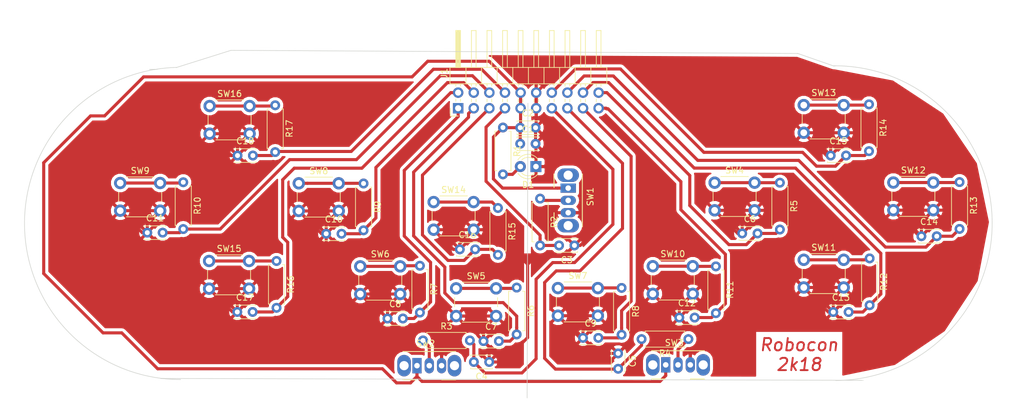
<source format=kicad_pcb>
(kicad_pcb (version 4) (host pcbnew 4.0.7)
  (layers (0 F.Cu signal) (31 B.Cu signal) (34 B.Paste user) (35 F.Paste user) (36 B.SilkS user) (37 F.SilkS user) (38 B.Mask user) (39 F.Mask user) (44 Edge.Cuts user))
  (net 0 "")
  (net 1 VCC)
  (net 2 GND)
  (net 3 "Net-(C6-Pad2)")
  (net 4 "Net-(C10-Pad2)")
  (net 5 "Net-(C11-Pad2)")
  (net 6 "Net-(C12-Pad2)")
  (net 7 "Net-(C13-Pad2)")
  (net 8 "Net-(C14-Pad2)")
  (net 9 "Net-(C15-Pad2)")
  (net 10 "Net-(C17-Pad2)")
  (net 11 "Net-(C18-Pad2)")
  (net 12 "Net-(D1-Pad2)")
  (net 13 "Net-(R5-Pad1)")
  (net 14 "Net-(R6-Pad1)")
  (net 15 "Net-(R7-Pad1)")
  (net 16 "Net-(R8-Pad1)")
  (net 17 "Net-(R9-Pad1)")
  (net 18 "Net-(R10-Pad1)")
  (net 19 "Net-(R11-Pad1)")
  (net 20 "Net-(R12-Pad1)")
  (net 21 "Net-(R13-Pad1)")
  (net 22 "Net-(R14-Pad1)")
  (net 23 "Net-(R15-Pad1)")
  (net 24 "Net-(R16-Pad1)")
  (net 25 "Net-(R17-Pad1)")
  (net 26 /13)
  (net 27 /15)
  (net 28 /17)
  (net 29 /1)
  (net 30 /3)
  (net 31 "Net-(R2-Pad1)")
  (net 32 "Net-(R3-Pad1)")
  (net 33 "Net-(R4-Pad1)")
  (net 34 /sw5)
  (net 35 "Net-(C16-Pad2)")
  (module Resistors_THT:R_Axial_DIN0207_L6.3mm_D2.5mm_P7.62mm_Horizontal (layer F.Cu) (at 141.986 112.776 270)
    (fp_text reference R7 (at 3.81 -2.31 270) (layer F.SilkS))
    (fp_text value R)
    (pad 1 thru_hole circle (at 0 0 270) (size 1.6 1.6) (drill 0.8) (layers *.Cu *.Mask) (net 15 "Net-(R7-Pad1)"))
    (pad 2 thru_hole oval (at 7.62 0 270) (size 1.6 1.6) (drill 0.8) (layers *.Cu *.Mask) (net 29 /1))
  )
  (module Capacitors_THT:C_Disc_D3.4mm_W2.1mm_P2.50mm (layer F.Cu) (at 158.3074 92.9259)
    (fp_text reference C1 (at 1.25 -2.36) (layer F.SilkS))
    (fp_text value C)
    (pad 1 thru_hole circle (at 0 0) (size 1.6 1.6) (drill 0.8) (layers *.Cu *.Mask) (net 1 VCC))
    (pad 2 thru_hole circle (at 2.5 0) (size 1.6 1.6) (drill 0.8) (layers *.Cu *.Mask) (net 2 GND))
  )
  (module Capacitors_THT:C_Disc_D3.4mm_W2.1mm_P2.50mm (layer F.Cu) (at 158.3074 90.3097)
    (fp_text reference C2 (at 1.25 -2.36) (layer F.SilkS))
    (fp_text value C)
    (pad 1 thru_hole circle (at 0 0) (size 1.6 1.6) (drill 0.8) (layers *.Cu *.Mask) (net 1 VCC))
    (pad 2 thru_hole circle (at 2.5 0) (size 1.6 1.6) (drill 0.8) (layers *.Cu *.Mask) (net 2 GND))
  )
  (module Capacitors_THT:C_Disc_D3.4mm_W2.1mm_P2.50mm (layer F.Cu) (at 167.132 109.474 180)
    (fp_text reference C3 (at 1.25 -2.36 180) (layer F.SilkS))
    (fp_text value C)
    (pad 1 thru_hole circle (at 0 0 180) (size 1.6 1.6) (drill 0.8) (layers *.Cu *.Mask) (net 2 GND))
    (pad 2 thru_hole circle (at 2.5 0 180) (size 1.6 1.6) (drill 0.8) (layers *.Cu *.Mask) (net 30 /3))
  )
  (module Capacitors_THT:C_Disc_D3.4mm_W2.1mm_P2.50mm (layer F.Cu) (at 153.2636 128.4351 180)
    (fp_text reference C4 (at 1.25 -2.36 180) (layer F.SilkS))
    (fp_text value C)
    (pad 1 thru_hole circle (at 0 0 180) (size 1.6 1.6) (drill 0.8) (layers *.Cu *.Mask) (net 2 GND))
    (pad 2 thru_hole circle (at 2.5 0 180) (size 1.6 1.6) (drill 0.8) (layers *.Cu *.Mask) (net 26 /13))
  )
  (module Capacitors_THT:C_Disc_D3.4mm_W2.1mm_P2.50mm (layer F.Cu) (at 174.244 127.04 270)
    (fp_text reference C5 (at 1.25 -2.36 270) (layer F.SilkS))
    (fp_text value C)
    (pad 1 thru_hole circle (at 0 0 270) (size 1.6 1.6) (drill 0.8) (layers *.Cu *.Mask) (net 2 GND))
    (pad 2 thru_hole circle (at 2.5 0 270) (size 1.6 1.6) (drill 0.8) (layers *.Cu *.Mask) (net 27 /15))
  )
  (module Capacitors_THT:C_Disc_D3.4mm_W2.1mm_P2.50mm (layer F.Cu) (at 194.429 107.5182)
    (fp_text reference C6 (at 1.25 -2.36) (layer F.SilkS))
    (fp_text value C)
    (pad 1 thru_hole circle (at 0 0) (size 1.6 1.6) (drill 0.8) (layers *.Cu *.Mask) (net 2 GND))
    (pad 2 thru_hole circle (at 2.5 0) (size 1.6 1.6) (drill 0.8) (layers *.Cu *.Mask) (net 3 "Net-(C6-Pad2)"))
  )
  (module Capacitors_THT:C_Disc_D3.4mm_W2.1mm_P2.50mm (layer F.Cu) (at 152.3384 125.0442)
    (fp_text reference C7 (at 1.25 -2.36) (layer F.SilkS))
    (fp_text value C)
    (pad 1 thru_hole circle (at 0 0) (size 1.6 1.6) (drill 0.8) (layers *.Cu *.Mask) (net 2 GND))
    (pad 2 thru_hole circle (at 2.5 0) (size 1.6 1.6) (drill 0.8) (layers *.Cu *.Mask) (net 34 /sw5))
  )
  (module Capacitors_THT:C_Disc_D3.4mm_W2.1mm_P2.50mm (layer F.Cu) (at 136.7174 121.3612)
    (fp_text reference C8 (at 1.25 -2.36) (layer F.SilkS))
    (fp_text value C)
    (pad 1 thru_hole circle (at 0 0) (size 1.6 1.6) (drill 0.8) (layers *.Cu *.Mask) (net 2 GND))
    (pad 2 thru_hole circle (at 2.5 0) (size 1.6 1.6) (drill 0.8) (layers *.Cu *.Mask) (net 29 /1))
  )
  (module Capacitors_THT:C_Disc_D3.4mm_W2.1mm_P2.50mm (layer F.Cu) (at 168.521 124.5108)
    (fp_text reference C9 (at 1.25 -2.36) (layer F.SilkS))
    (fp_text value C)
    (pad 1 thru_hole circle (at 0 0) (size 1.6 1.6) (drill 0.8) (layers *.Cu *.Mask) (net 2 GND))
    (pad 2 thru_hole circle (at 2.5 0) (size 1.6 1.6) (drill 0.8) (layers *.Cu *.Mask) (net 28 /17))
  )
  (module Capacitors_THT:C_Disc_D3.4mm_W2.1mm_P2.50mm (layer F.Cu) (at 126.7352 107.569)
    (fp_text reference C10 (at 1.25 -2.36) (layer F.SilkS))
    (fp_text value C)
    (pad 1 thru_hole circle (at 0 0) (size 1.6 1.6) (drill 0.8) (layers *.Cu *.Mask) (net 2 GND))
    (pad 2 thru_hole circle (at 2.5 0) (size 1.6 1.6) (drill 0.8) (layers *.Cu *.Mask) (net 4 "Net-(C10-Pad2)"))
  )
  (module Capacitors_THT:C_Disc_D3.4mm_W2.1mm_P2.50mm (layer F.Cu) (at 97.6268 107.3912)
    (fp_text reference C11 (at 1.25 -2.36) (layer F.SilkS))
    (fp_text value C)
    (pad 1 thru_hole circle (at 0 0) (size 1.6 1.6) (drill 0.8) (layers *.Cu *.Mask) (net 2 GND))
    (pad 2 thru_hole circle (at 2.5 0) (size 1.6 1.6) (drill 0.8) (layers *.Cu *.Mask) (net 5 "Net-(C11-Pad2)"))
  )
  (module Capacitors_THT:C_Disc_D3.4mm_W2.1mm_P2.50mm (layer F.Cu) (at 184.1928 121.2088)
    (fp_text reference C12 (at 1.25 -2.36) (layer F.SilkS))
    (fp_text value C)
    (pad 1 thru_hole circle (at 0 0) (size 1.6 1.6) (drill 0.8) (layers *.Cu *.Mask) (net 2 GND))
    (pad 2 thru_hole circle (at 2.5 0) (size 1.6 1.6) (drill 0.8) (layers *.Cu *.Mask) (net 6 "Net-(C12-Pad2)"))
  )
  (module Capacitors_THT:C_Disc_D3.4mm_W2.1mm_P2.50mm (layer F.Cu) (at 209.2471 120.3071)
    (fp_text reference C13 (at 1.25 -2.36) (layer F.SilkS))
    (fp_text value C)
    (pad 1 thru_hole circle (at 0 0) (size 1.6 1.6) (drill 0.8) (layers *.Cu *.Mask) (net 2 GND))
    (pad 2 thru_hole circle (at 2.5 0) (size 1.6 1.6) (drill 0.8) (layers *.Cu *.Mask) (net 7 "Net-(C13-Pad2)"))
  )
  (module Capacitors_THT:C_Disc_D3.4mm_W2.1mm_P2.50mm (layer F.Cu) (at 223.5882 107.9754)
    (fp_text reference C14 (at 1.25 -2.36) (layer F.SilkS))
    (fp_text value C)
    (pad 1 thru_hole circle (at 0 0) (size 1.6 1.6) (drill 0.8) (layers *.Cu *.Mask) (net 2 GND))
    (pad 2 thru_hole circle (at 2.5 0) (size 1.6 1.6) (drill 0.8) (layers *.Cu *.Mask) (net 8 "Net-(C14-Pad2)"))
  )
  (module Capacitors_THT:C_Disc_D3.4mm_W2.1mm_P2.50mm (layer F.Cu) (at 208.8308 94.8436)
    (fp_text reference C15 (at 1.25 -2.36) (layer F.SilkS))
    (fp_text value C)
    (pad 1 thru_hole circle (at 0 0) (size 1.6 1.6) (drill 0.8) (layers *.Cu *.Mask) (net 2 GND))
    (pad 2 thru_hole circle (at 2.5 0) (size 1.6 1.6) (drill 0.8) (layers *.Cu *.Mask) (net 9 "Net-(C15-Pad2)"))
  )
  (module Capacitors_THT:C_Disc_D3.4mm_W2.1mm_P2.50mm (layer F.Cu) (at 148.4776 110.109)
    (fp_text reference C16 (at 1.25 -2.36) (layer F.SilkS))
    (fp_text value C)
    (pad 1 thru_hole circle (at 0 0) (size 1.6 1.6) (drill 0.8) (layers *.Cu *.Mask) (net 2 GND))
    (pad 2 thru_hole circle (at 2.5 0) (size 1.6 1.6) (drill 0.8) (layers *.Cu *.Mask) (net 35 "Net-(C16-Pad2)"))
  )
  (module Capacitors_THT:C_Disc_D3.4mm_W2.1mm_P2.50mm (layer F.Cu) (at 112.2699 120.2944)
    (fp_text reference C17 (at 1.25 -2.36) (layer F.SilkS))
    (fp_text value C)
    (pad 1 thru_hole circle (at 0 0) (size 1.6 1.6) (drill 0.8) (layers *.Cu *.Mask) (net 2 GND))
    (pad 2 thru_hole circle (at 2.5 0) (size 1.6 1.6) (drill 0.8) (layers *.Cu *.Mask) (net 10 "Net-(C17-Pad2)"))
  )
  (module Capacitors_THT:C_Disc_D3.4mm_W2.1mm_P2.50mm (layer F.Cu) (at 112.308 94.8436)
    (fp_text reference C18 (at 1.25 -2.36) (layer F.SilkS))
    (fp_text value C)
    (pad 1 thru_hole circle (at 0 0) (size 1.6 1.6) (drill 0.8) (layers *.Cu *.Mask) (net 2 GND))
    (pad 2 thru_hole circle (at 2.5 0) (size 1.6 1.6) (drill 0.8) (layers *.Cu *.Mask) (net 11 "Net-(C18-Pad2)"))
  )
  (module LEDs:LED_D3.0mm (layer F.Cu) (at 160.8709 96.6343 180)
    (fp_text reference D1 (at 1.27 -2.96 180) (layer F.SilkS))
    (fp_text value LED)
    (pad 1 thru_hole rect (at 0 0 180) (size 1.8 1.8) (drill 0.9) (layers *.Cu *.Mask) (net 2 GND))
    (pad 2 thru_hole circle (at 2.54 0 180) (size 1.8 1.8) (drill 0.9) (layers *.Cu *.Mask) (net 12 "Net-(D1-Pad2)"))
  )
  (module Resistors_THT:R_Axial_DIN0207_L6.3mm_D2.5mm_P7.62mm_Horizontal (layer F.Cu) (at 155.4988 90.2843 270)
    (fp_text reference R1 (at 3.81 -2.31 270) (layer F.SilkS))
    (fp_text value R)
    (pad 1 thru_hole circle (at 0 0 270) (size 1.6 1.6) (drill 0.8) (layers *.Cu *.Mask) (net 1 VCC))
    (pad 2 thru_hole oval (at 7.62 0 270) (size 1.6 1.6) (drill 0.8) (layers *.Cu *.Mask) (net 12 "Net-(D1-Pad2)"))
  )
  (module Resistors_THT:R_Axial_DIN0207_L6.3mm_D2.5mm_P7.62mm_Horizontal (layer F.Cu) (at 161.544 101.854 270)
    (fp_text reference R2 (at 3.81 -2.31 270) (layer F.SilkS))
    (fp_text value R)
    (pad 1 thru_hole circle (at 0 0 270) (size 1.6 1.6) (drill 0.8) (layers *.Cu *.Mask) (net 31 "Net-(R2-Pad1)"))
    (pad 2 thru_hole oval (at 7.62 0 270) (size 1.6 1.6) (drill 0.8) (layers *.Cu *.Mask) (net 30 /3))
  )
  (module Resistors_THT:R_Axial_DIN0207_L6.3mm_D2.5mm_P7.62mm_Horizontal (layer F.Cu) (at 142.494 124.9299)
    (fp_text reference R3 (at 3.81 -2.31) (layer F.SilkS))
    (fp_text value R)
    (pad 1 thru_hole circle (at 0 0) (size 1.6 1.6) (drill 0.8) (layers *.Cu *.Mask) (net 32 "Net-(R3-Pad1)"))
    (pad 2 thru_hole oval (at 7.62 0) (size 1.6 1.6) (drill 0.8) (layers *.Cu *.Mask) (net 26 /13))
  )
  (module Resistors_THT:R_Axial_DIN0207_L6.3mm_D2.5mm_P7.62mm_Horizontal (layer F.Cu) (at 185.674 124.714 180)
    (fp_text reference R4 (at 3.81 -2.31 180) (layer F.SilkS))
    (fp_text value R)
    (pad 1 thru_hole circle (at 0 0 180) (size 1.6 1.6) (drill 0.8) (layers *.Cu *.Mask) (net 33 "Net-(R4-Pad1)"))
    (pad 2 thru_hole oval (at 7.62 0 180) (size 1.6 1.6) (drill 0.8) (layers *.Cu *.Mask) (net 27 /15))
  )
  (module Resistors_THT:R_Axial_DIN0207_L6.3mm_D2.5mm_P7.62mm_Horizontal (layer F.Cu) (at 200.5612 99.2632 270)
    (fp_text reference R5 (at 3.81 -2.31 270) (layer F.SilkS))
    (fp_text value R)
    (pad 1 thru_hole circle (at 0 0 270) (size 1.6 1.6) (drill 0.8) (layers *.Cu *.Mask) (net 13 "Net-(R5-Pad1)"))
    (pad 2 thru_hole oval (at 7.62 0 270) (size 1.6 1.6) (drill 0.8) (layers *.Cu *.Mask) (net 3 "Net-(C6-Pad2)"))
  )
  (module Resistors_THT:R_Axial_DIN0207_L6.3mm_D2.5mm_P7.62mm_Horizontal (layer F.Cu) (at 157.734 116.332 270)
    (fp_text reference R6 (at 3.81 -2.31 270) (layer F.SilkS))
    (fp_text value R)
    (pad 1 thru_hole circle (at 0 0 270) (size 1.6 1.6) (drill 0.8) (layers *.Cu *.Mask) (net 14 "Net-(R6-Pad1)"))
    (pad 2 thru_hole oval (at 7.62 0 270) (size 1.6 1.6) (drill 0.8) (layers *.Cu *.Mask) (net 34 /sw5))
  )
  (module Resistors_THT:R_Axial_DIN0207_L6.3mm_D2.5mm_P7.62mm_Horizontal (layer F.Cu) (at 174.8056 116.3828 270)
    (fp_text reference R8 (at 3.81 -2.31 270) (layer F.SilkS))
    (fp_text value R)
    (pad 1 thru_hole circle (at 0 0 270) (size 1.6 1.6) (drill 0.8) (layers *.Cu *.Mask) (net 16 "Net-(R8-Pad1)"))
    (pad 2 thru_hole oval (at 7.62 0 270) (size 1.6 1.6) (drill 0.8) (layers *.Cu *.Mask) (net 28 /17))
  )
  (module Resistors_THT:R_Axial_DIN0207_L6.3mm_D2.5mm_P7.62mm_Horizontal (layer F.Cu) (at 132.8166 99.3902 270)
    (fp_text reference R9 (at 3.81 -2.31 270) (layer F.SilkS))
    (fp_text value R)
    (pad 1 thru_hole circle (at 0 0 270) (size 1.6 1.6) (drill 0.8) (layers *.Cu *.Mask) (net 17 "Net-(R9-Pad1)"))
    (pad 2 thru_hole oval (at 7.62 0 270) (size 1.6 1.6) (drill 0.8) (layers *.Cu *.Mask) (net 4 "Net-(C10-Pad2)"))
  )
  (module Resistors_THT:R_Axial_DIN0207_L6.3mm_D2.5mm_P7.62mm_Horizontal (layer F.Cu) (at 103.4796 99.187 270)
    (fp_text reference R10 (at 3.81 -2.31 270) (layer F.SilkS))
    (fp_text value R)
    (pad 1 thru_hole circle (at 0 0 270) (size 1.6 1.6) (drill 0.8) (layers *.Cu *.Mask) (net 18 "Net-(R10-Pad1)"))
    (pad 2 thru_hole oval (at 7.62 0 270) (size 1.6 1.6) (drill 0.8) (layers *.Cu *.Mask) (net 5 "Net-(C11-Pad2)"))
  )
  (module Resistors_THT:R_Axial_DIN0207_L6.3mm_D2.5mm_P7.62mm_Horizontal (layer F.Cu) (at 190.1472 112.8776 270)
    (fp_text reference R11 (at 3.81 -2.31 270) (layer F.SilkS))
    (fp_text value R)
    (pad 1 thru_hole circle (at 0 0 270) (size 1.6 1.6) (drill 0.8) (layers *.Cu *.Mask) (net 19 "Net-(R11-Pad1)"))
    (pad 2 thru_hole oval (at 7.62 0 270) (size 1.6 1.6) (drill 0.8) (layers *.Cu *.Mask) (net 6 "Net-(C12-Pad2)"))
  )
  (module Resistors_THT:R_Axial_DIN0207_L6.3mm_D2.5mm_P7.62mm_Horizontal (layer F.Cu) (at 215.1662 111.5822 270)
    (fp_text reference R12 (at 3.81 -2.31 270) (layer F.SilkS))
    (fp_text value R)
    (pad 1 thru_hole circle (at 0 0 270) (size 1.6 1.6) (drill 0.8) (layers *.Cu *.Mask) (net 20 "Net-(R12-Pad1)"))
    (pad 2 thru_hole oval (at 7.62 0 270) (size 1.6 1.6) (drill 0.8) (layers *.Cu *.Mask) (net 7 "Net-(C13-Pad2)"))
  )
  (module Resistors_THT:R_Axial_DIN0207_L6.3mm_D2.5mm_P7.62mm_Horizontal (layer F.Cu) (at 229.7966 99.1616 270)
    (fp_text reference R13 (at 3.81 -2.31 270) (layer F.SilkS))
    (fp_text value R)
    (pad 1 thru_hole circle (at 0 0 270) (size 1.6 1.6) (drill 0.8) (layers *.Cu *.Mask) (net 21 "Net-(R13-Pad1)"))
    (pad 2 thru_hole oval (at 7.62 0 270) (size 1.6 1.6) (drill 0.8) (layers *.Cu *.Mask) (net 8 "Net-(C14-Pad2)"))
  )
  (module Resistors_THT:R_Axial_DIN0207_L6.3mm_D2.5mm_P7.62mm_Horizontal (layer F.Cu) (at 215.0646 86.5124 270)
    (fp_text reference R14 (at 3.81 -2.31 270) (layer F.SilkS))
    (fp_text value R)
    (pad 1 thru_hole circle (at 0 0 270) (size 1.6 1.6) (drill 0.8) (layers *.Cu *.Mask) (net 22 "Net-(R14-Pad1)"))
    (pad 2 thru_hole oval (at 7.62 0 270) (size 1.6 1.6) (drill 0.8) (layers *.Cu *.Mask) (net 9 "Net-(C15-Pad2)"))
  )
  (module Resistors_THT:R_Axial_DIN0207_L6.3mm_D2.5mm_P7.62mm_Horizontal (layer F.Cu) (at 154.686 103.378 270)
    (fp_text reference R15 (at 3.81 -2.31 270) (layer F.SilkS))
    (fp_text value R)
    (pad 1 thru_hole circle (at 0 0 270) (size 1.6 1.6) (drill 0.8) (layers *.Cu *.Mask) (net 23 "Net-(R15-Pad1)"))
    (pad 2 thru_hole oval (at 7.62 0 270) (size 1.6 1.6) (drill 0.8) (layers *.Cu *.Mask) (net 35 "Net-(C16-Pad2)"))
  )
  (module Resistors_THT:R_Axial_DIN0207_L6.3mm_D2.5mm_P7.62mm_Horizontal (layer F.Cu) (at 118.6561 112.0013 270)
    (fp_text reference R16 (at 3.81 -2.31 270) (layer F.SilkS))
    (fp_text value R)
    (pad 1 thru_hole circle (at 0 0 270) (size 1.6 1.6) (drill 0.8) (layers *.Cu *.Mask) (net 24 "Net-(R16-Pad1)"))
    (pad 2 thru_hole oval (at 7.62 0 270) (size 1.6 1.6) (drill 0.8) (layers *.Cu *.Mask) (net 10 "Net-(C17-Pad2)"))
  )
  (module Resistors_THT:R_Axial_DIN0207_L6.3mm_D2.5mm_P7.62mm_Horizontal (layer F.Cu) (at 118.4402 86.6648 270)
    (fp_text reference R17 (at 3.81 -2.31 270) (layer F.SilkS))
    (fp_text value R)
    (pad 1 thru_hole circle (at 0 0 270) (size 1.6 1.6) (drill 0.8) (layers *.Cu *.Mask) (net 25 "Net-(R17-Pad1)"))
    (pad 2 thru_hole oval (at 7.62 0 270) (size 1.6 1.6) (drill 0.8) (layers *.Cu *.Mask) (net 11 "Net-(C18-Pad2)"))
  )
  (module Buttons_Switches_THT:SW_CuK_OS102011MA1QN1_SPDT_Angled (layer F.Cu) (at 141.5121 129.032)
    (fp_text reference SW2 (at 1.4 -3.6) (layer F.SilkS))
    (fp_text value SW_Push_SPDT)
    (pad 1 thru_hole rect (at 0 0) (size 1.5 2.5) (drill 0.9) (layers *.Cu *.Mask) (net 1 VCC))
    (pad 2 thru_hole oval (at 2 0) (size 1.5 2.5) (drill 0.9) (layers *.Cu *.Mask) (net 32 "Net-(R3-Pad1)"))
    (pad 3 thru_hole oval (at 4 0) (size 1.5 2.5) (drill 0.9) (layers *.Cu *.Mask) (net 2 GND))
    (pad "" thru_hole oval (at -2.1 0) (size 2.2 3.5) (drill 1.5) (layers *.Cu *.Mask))
    (pad "" thru_hole oval (at 6.1 0) (size 2.2 3.5) (drill 1.5) (layers *.Cu *.Mask))
  )
  (module Buttons_Switches_THT:SW_CuK_OS102011MA1QN1_SPDT_Angled (layer F.Cu) (at 181.9856 128.905)
    (fp_text reference SW3 (at 1.4 -3.6) (layer F.SilkS))
    (fp_text value SW_Push_SPDT)
    (pad 1 thru_hole rect (at 0 0) (size 1.5 2.5) (drill 0.9) (layers *.Cu *.Mask) (net 1 VCC))
    (pad 2 thru_hole oval (at 2 0) (size 1.5 2.5) (drill 0.9) (layers *.Cu *.Mask) (net 33 "Net-(R4-Pad1)"))
    (pad 3 thru_hole oval (at 4 0) (size 1.5 2.5) (drill 0.9) (layers *.Cu *.Mask) (net 2 GND))
    (pad "" thru_hole oval (at -2.1 0) (size 2.2 3.5) (drill 1.5) (layers *.Cu *.Mask))
    (pad "" thru_hole oval (at 6.1 0) (size 2.2 3.5) (drill 1.5) (layers *.Cu *.Mask))
  )
  (module Buttons_Switches_THT:SW_PUSH_6mm (layer F.Cu) (at 189.944 99.259)
    (fp_text reference SW4 (at 3.25 -2) (layer F.SilkS))
    (fp_text value SW_Push_Dual)
    (pad 2 thru_hole circle (at 0 4.5 90) (size 2 2) (drill 1.1) (layers *.Cu *.Mask) (net 2 GND))
    (pad 1 thru_hole circle (at 0 0 90) (size 2 2) (drill 1.1) (layers *.Cu *.Mask) (net 13 "Net-(R5-Pad1)"))
    (pad 2 thru_hole circle (at 6.5 4.5 90) (size 2 2) (drill 1.1) (layers *.Cu *.Mask) (net 2 GND))
    (pad 1 thru_hole circle (at 6.5 0 90) (size 2 2) (drill 1.1) (layers *.Cu *.Mask) (net 13 "Net-(R5-Pad1)"))
  )
  (module Buttons_Switches_THT:SW_PUSH_6mm (layer F.Cu) (at 147.8812 116.459)
    (fp_text reference SW5 (at 3.25 -2) (layer F.SilkS))
    (fp_text value SW_Push_Dual)
    (pad 2 thru_hole circle (at 0 4.5 90) (size 2 2) (drill 1.1) (layers *.Cu *.Mask) (net 2 GND))
    (pad 1 thru_hole circle (at 0 0 90) (size 2 2) (drill 1.1) (layers *.Cu *.Mask) (net 14 "Net-(R6-Pad1)"))
    (pad 2 thru_hole circle (at 6.5 4.5 90) (size 2 2) (drill 1.1) (layers *.Cu *.Mask) (net 2 GND))
    (pad 1 thru_hole circle (at 6.5 0 90) (size 2 2) (drill 1.1) (layers *.Cu *.Mask) (net 14 "Net-(R6-Pad1)"))
  )
  (module Buttons_Switches_THT:SW_PUSH_6mm (layer F.Cu) (at 132.2856 112.8776)
    (fp_text reference SW6 (at 3.25 -2) (layer F.SilkS))
    (fp_text value SW_Push_Dual)
    (pad 2 thru_hole circle (at 0 4.5 90) (size 2 2) (drill 1.1) (layers *.Cu *.Mask) (net 2 GND))
    (pad 1 thru_hole circle (at 0 0 90) (size 2 2) (drill 1.1) (layers *.Cu *.Mask) (net 15 "Net-(R7-Pad1)"))
    (pad 2 thru_hole circle (at 6.5 4.5 90) (size 2 2) (drill 1.1) (layers *.Cu *.Mask) (net 2 GND))
    (pad 1 thru_hole circle (at 6.5 0 90) (size 2 2) (drill 1.1) (layers *.Cu *.Mask) (net 15 "Net-(R7-Pad1)"))
  )
  (module Buttons_Switches_THT:SW_PUSH_6mm (layer F.Cu) (at 164.4424 116.4082)
    (fp_text reference SW7 (at 3.25 -2) (layer F.SilkS))
    (fp_text value SW_Push_Dual)
    (pad 2 thru_hole circle (at 0 4.5 90) (size 2 2) (drill 1.1) (layers *.Cu *.Mask) (net 2 GND))
    (pad 1 thru_hole circle (at 0 0 90) (size 2 2) (drill 1.1) (layers *.Cu *.Mask) (net 16 "Net-(R8-Pad1)"))
    (pad 2 thru_hole circle (at 6.5 4.5 90) (size 2 2) (drill 1.1) (layers *.Cu *.Mask) (net 2 GND))
    (pad 1 thru_hole circle (at 6.5 0 90) (size 2 2) (drill 1.1) (layers *.Cu *.Mask) (net 16 "Net-(R8-Pad1)"))
  )
  (module Buttons_Switches_THT:SW_PUSH_6mm (layer F.Cu) (at 122.278 99.3606)
    (fp_text reference SW8 (at 3.25 -2) (layer F.SilkS))
    (fp_text value SW_Push_Dual)
    (pad 2 thru_hole circle (at 0 4.5 90) (size 2 2) (drill 1.1) (layers *.Cu *.Mask) (net 2 GND))
    (pad 1 thru_hole circle (at 0 0 90) (size 2 2) (drill 1.1) (layers *.Cu *.Mask) (net 17 "Net-(R9-Pad1)"))
    (pad 2 thru_hole circle (at 6.5 4.5 90) (size 2 2) (drill 1.1) (layers *.Cu *.Mask) (net 2 GND))
    (pad 1 thru_hole circle (at 6.5 0 90) (size 2 2) (drill 1.1) (layers *.Cu *.Mask) (net 17 "Net-(R9-Pad1)"))
  )
  (module Buttons_Switches_THT:SW_PUSH_6mm (layer F.Cu) (at 93.2204 99.314)
    (fp_text reference SW9 (at 3.25 -2) (layer F.SilkS))
    (fp_text value SW_Push_Dual)
    (pad 2 thru_hole circle (at 0 4.5 90) (size 2 2) (drill 1.1) (layers *.Cu *.Mask) (net 2 GND))
    (pad 1 thru_hole circle (at 0 0 90) (size 2 2) (drill 1.1) (layers *.Cu *.Mask) (net 18 "Net-(R10-Pad1)"))
    (pad 2 thru_hole circle (at 6.5 4.5 90) (size 2 2) (drill 1.1) (layers *.Cu *.Mask) (net 2 GND))
    (pad 1 thru_hole circle (at 6.5 0 90) (size 2 2) (drill 1.1) (layers *.Cu *.Mask) (net 18 "Net-(R10-Pad1)"))
  )
  (module Buttons_Switches_THT:SW_PUSH_6mm (layer F.Cu) (at 179.8856 112.8522)
    (fp_text reference SW10 (at 3.25 -2) (layer F.SilkS))
    (fp_text value SW_Push_Dual)
    (pad 2 thru_hole circle (at 0 4.5 90) (size 2 2) (drill 1.1) (layers *.Cu *.Mask) (net 2 GND))
    (pad 1 thru_hole circle (at 0 0 90) (size 2 2) (drill 1.1) (layers *.Cu *.Mask) (net 19 "Net-(R11-Pad1)"))
    (pad 2 thru_hole circle (at 6.5 4.5 90) (size 2 2) (drill 1.1) (layers *.Cu *.Mask) (net 2 GND))
    (pad 1 thru_hole circle (at 6.5 0 90) (size 2 2) (drill 1.1) (layers *.Cu *.Mask) (net 19 "Net-(R11-Pad1)"))
  )
  (module Buttons_Switches_THT:SW_PUSH_6mm (layer F.Cu) (at 204.4474 111.8108)
    (fp_text reference SW11 (at 3.25 -2) (layer F.SilkS))
    (fp_text value SW_Push_Dual)
    (pad 2 thru_hole circle (at 0 4.5 90) (size 2 2) (drill 1.1) (layers *.Cu *.Mask) (net 2 GND))
    (pad 1 thru_hole circle (at 0 0 90) (size 2 2) (drill 1.1) (layers *.Cu *.Mask) (net 20 "Net-(R12-Pad1)"))
    (pad 2 thru_hole circle (at 6.5 4.5 90) (size 2 2) (drill 1.1) (layers *.Cu *.Mask) (net 2 GND))
    (pad 1 thru_hole circle (at 6.5 0 90) (size 2 2) (drill 1.1) (layers *.Cu *.Mask) (net 20 "Net-(R12-Pad1)"))
  )
  (module Buttons_Switches_THT:SW_PUSH_6mm (layer F.Cu) (at 219.027 99.2378)
    (fp_text reference SW12 (at 3.25 -2) (layer F.SilkS))
    (fp_text value SW_Push_Dual)
    (pad 2 thru_hole circle (at 0 4.5 90) (size 2 2) (drill 1.1) (layers *.Cu *.Mask) (net 2 GND))
    (pad 1 thru_hole circle (at 0 0 90) (size 2 2) (drill 1.1) (layers *.Cu *.Mask) (net 21 "Net-(R13-Pad1)"))
    (pad 2 thru_hole circle (at 6.5 4.5 90) (size 2 2) (drill 1.1) (layers *.Cu *.Mask) (net 2 GND))
    (pad 1 thru_hole circle (at 6.5 0 90) (size 2 2) (drill 1.1) (layers *.Cu *.Mask) (net 21 "Net-(R13-Pad1)"))
  )
  (module Buttons_Switches_THT:SW_PUSH_6mm (layer F.Cu) (at 204.4474 86.6352)
    (fp_text reference SW13 (at 3.25 -2) (layer F.SilkS))
    (fp_text value SW_Push_Dual)
    (pad 2 thru_hole circle (at 0 4.5 90) (size 2 2) (drill 1.1) (layers *.Cu *.Mask) (net 2 GND))
    (pad 1 thru_hole circle (at 0 0 90) (size 2 2) (drill 1.1) (layers *.Cu *.Mask) (net 22 "Net-(R14-Pad1)"))
    (pad 2 thru_hole circle (at 6.5 4.5 90) (size 2 2) (drill 1.1) (layers *.Cu *.Mask) (net 2 GND))
    (pad 1 thru_hole circle (at 6.5 0 90) (size 2 2) (drill 1.1) (layers *.Cu *.Mask) (net 22 "Net-(R14-Pad1)"))
  )
  (module Buttons_Switches_THT:SW_PUSH_6mm (layer F.Cu) (at 144.2236 102.4128)
    (fp_text reference SW14 (at 3.25 -2) (layer F.SilkS))
    (fp_text value SW_Push_Dual)
    (pad 2 thru_hole circle (at 0 4.5 90) (size 2 2) (drill 1.1) (layers *.Cu *.Mask) (net 2 GND))
    (pad 1 thru_hole circle (at 0 0 90) (size 2 2) (drill 1.1) (layers *.Cu *.Mask) (net 23 "Net-(R15-Pad1)"))
    (pad 2 thru_hole circle (at 6.5 4.5 90) (size 2 2) (drill 1.1) (layers *.Cu *.Mask) (net 2 GND))
    (pad 1 thru_hole circle (at 6.5 0 90) (size 2 2) (drill 1.1) (layers *.Cu *.Mask) (net 23 "Net-(R15-Pad1)"))
  )
  (module Buttons_Switches_THT:SW_PUSH_6mm (layer F.Cu) (at 107.6857 112.0013)
    (fp_text reference SW15 (at 3.25 -2) (layer F.SilkS))
    (fp_text value SW_Push_Dual)
    (pad 2 thru_hole circle (at 0 4.5 90) (size 2 2) (drill 1.1) (layers *.Cu *.Mask) (net 2 GND))
    (pad 1 thru_hole circle (at 0 0 90) (size 2 2) (drill 1.1) (layers *.Cu *.Mask) (net 24 "Net-(R16-Pad1)"))
    (pad 2 thru_hole circle (at 6.5 4.5 90) (size 2 2) (drill 1.1) (layers *.Cu *.Mask) (net 2 GND))
    (pad 1 thru_hole circle (at 6.5 0 90) (size 2 2) (drill 1.1) (layers *.Cu *.Mask) (net 24 "Net-(R16-Pad1)"))
  )
  (module Buttons_Switches_THT:SW_PUSH_6mm (layer F.Cu) (at 107.7746 86.7876)
    (fp_text reference SW16 (at 3.25 -2) (layer F.SilkS))
    (fp_text value SW_Push_Dual)
    (pad 2 thru_hole circle (at 0 4.5 90) (size 2 2) (drill 1.1) (layers *.Cu *.Mask) (net 2 GND))
    (pad 1 thru_hole circle (at 0 0 90) (size 2 2) (drill 1.1) (layers *.Cu *.Mask) (net 25 "Net-(R17-Pad1)"))
    (pad 2 thru_hole circle (at 6.5 4.5 90) (size 2 2) (drill 1.1) (layers *.Cu *.Mask) (net 2 GND))
    (pad 1 thru_hole circle (at 6.5 0 90) (size 2 2) (drill 1.1) (layers *.Cu *.Mask) (net 25 "Net-(R17-Pad1)"))
  )
  (module Buttons_Switches_THT:SW_CuK_OS102011MA1QN1_SPDT_Angled (layer F.Cu) (at 166.116 100.144 270)
    (fp_text reference SW1 (at 1.4 -3.6 270) (layer F.SilkS))
    (fp_text value SW_Push_SPDT)
    (pad 1 thru_hole rect (at 0 0 270) (size 1.5 2.5) (drill 0.9) (layers *.Cu *.Mask) (net 1 VCC))
    (pad 2 thru_hole oval (at 2 0 270) (size 1.5 2.5) (drill 0.9) (layers *.Cu *.Mask) (net 31 "Net-(R2-Pad1)"))
    (pad 3 thru_hole oval (at 4 0 270) (size 1.5 2.5) (drill 0.9) (layers *.Cu *.Mask) (net 2 GND))
    (pad "" thru_hole oval (at -2.1 0 270) (size 2.2 3.5) (drill 1.5) (layers *.Cu *.Mask))
    (pad "" thru_hole oval (at 6.1 0 270) (size 2.2 3.5) (drill 1.5) (layers *.Cu *.Mask))
  )
  (module Pin_Headers:Pin_Header_Angled_2x10_Pitch2.54mm (layer F.Cu) (at 148.209 87.1474 90)
    (fp_text reference J1 (at 5.655 -2.27 90) (layer F.SilkS))
    (fp_text value Conn_02x10_Counter_Clockwise)
    (pad 1 thru_hole rect (at 0 0 90) (size 1.7 1.7) (drill 1) (layers *.Cu *.Mask) (net 29 /1))
    (pad 2 thru_hole oval (at 2.54 0 90) (size 1.7 1.7) (drill 1) (layers *.Cu *.Mask) (net 4 "Net-(C10-Pad2)"))
    (pad 3 thru_hole oval (at 0 2.54 90) (size 1.7 1.7) (drill 1) (layers *.Cu *.Mask) (net 34 /sw5))
    (pad 4 thru_hole oval (at 2.54 2.54 90) (size 1.7 1.7) (drill 1) (layers *.Cu *.Mask) (net 10 "Net-(C17-Pad2)"))
    (pad 5 thru_hole oval (at 0 5.08 90) (size 1.7 1.7) (drill 1) (layers *.Cu *.Mask) (net 35 "Net-(C16-Pad2)"))
    (pad 6 thru_hole oval (at 2.54 5.08 90) (size 1.7 1.7) (drill 1) (layers *.Cu *.Mask) (net 5 "Net-(C11-Pad2)"))
    (pad 7 thru_hole oval (at 0 7.62 90) (size 1.7 1.7) (drill 1) (layers *.Cu *.Mask) (net 30 /3))
    (pad 8 thru_hole oval (at 2.54 7.62 90) (size 1.7 1.7) (drill 1) (layers *.Cu *.Mask) (net 11 "Net-(C18-Pad2)"))
    (pad 9 thru_hole oval (at 0 10.16 90) (size 1.7 1.7) (drill 1) (layers *.Cu *.Mask) (net 1 VCC))
    (pad 10 thru_hole oval (at 2.54 10.16 90) (size 1.7 1.7) (drill 1) (layers *.Cu *.Mask) (net 1 VCC))
    (pad 11 thru_hole oval (at 0 12.7 90) (size 1.7 1.7) (drill 1) (layers *.Cu *.Mask) (net 2 GND))
    (pad 12 thru_hole oval (at 2.54 12.7 90) (size 1.7 1.7) (drill 1) (layers *.Cu *.Mask) (net 2 GND))
    (pad 13 thru_hole oval (at 0 15.24 90) (size 1.7 1.7) (drill 1) (layers *.Cu *.Mask) (net 26 /13))
    (pad 14 thru_hole oval (at 2.54 15.24 90) (size 1.7 1.7) (drill 1) (layers *.Cu *.Mask) (net 9 "Net-(C15-Pad2)"))
    (pad 15 thru_hole oval (at 0 17.78 90) (size 1.7 1.7) (drill 1) (layers *.Cu *.Mask) (net 27 /15))
    (pad 16 thru_hole oval (at 2.54 17.78 90) (size 1.7 1.7) (drill 1) (layers *.Cu *.Mask) (net 8 "Net-(C14-Pad2)"))
    (pad 17 thru_hole oval (at 0 20.32 90) (size 1.7 1.7) (drill 1) (layers *.Cu *.Mask) (net 28 /17))
    (pad 18 thru_hole oval (at 2.54 20.32 90) (size 1.7 1.7) (drill 1) (layers *.Cu *.Mask) (net 7 "Net-(C13-Pad2)"))
    (pad 19 thru_hole oval (at 0 22.86 90) (size 1.7 1.7) (drill 1) (layers *.Cu *.Mask) (net 6 "Net-(C12-Pad2)"))
    (pad 20 thru_hole oval (at 2.54 22.86 90) (size 1.7 1.7) (drill 1) (layers *.Cu *.Mask) (net 3 "Net-(C6-Pad2)"))
  )
  (gr_text "Robocon\n2k18" (at 203.708 127.2413) (layer F.Cu) (effects (font (size 2 2) (thickness 0.3) italic)))
  (gr_line (start 209.296 80.264) (end 209.55 80.264) (layer Edge.Cuts) (width 0.1))
  (gr_line (start 203.454 78.232) (end 209.296 80.264) (layer Edge.Cuts) (width 0.1))
  (gr_line (start 102.362 80.518) (end 111.252 77.724) (layer Edge.Cuts) (width 0.1))
  (gr_line (start 159.5628 86.3346) (end 159.4358 134.2898) (layer Edge.Cuts) (width 0.1))
  (gr_arc (start 103.0478 105.8926) (end 103.0478 131.2926) (angle 178.5992241) (layer Edge.Cuts) (width 0.1))
  (gr_arc (start 209.5406 105.8418) (end 209.3628 80.2386) (angle 180.1716402) (layer Edge.Cuts) (width 0.1))
  (gr_line (start 97.9932 80.8228) (end 99.2632 80.8228) (layer Edge.Cuts) (width 0.1))
  (gr_line (start 214.122 131.4196) (end 99.7712 131.1148) (layer Edge.Cuts) (width 0.1))
  (gr_line (start 111.252 77.724) (end 203.454 78.232) (layer Edge.Cuts) (width 0.1))
  (segment (start 141.5121 130.782) (end 140.462 131.8321) (width 0.5) (layer F.Cu) (net 1))
  (segment (start 138.1821 131.8321) (end 135.89 129.54) (width 0.5) (layer F.Cu) (net 1))
  (segment (start 80.772 96.012) (end 88.392 88.392) (width 0.5) (layer F.Cu) (net 1))
  (segment (start 88.392 88.392) (end 90.678 88.392) (width 0.5) (layer F.Cu) (net 1))
  (segment (start 140.462 131.8321) (end 138.1821 131.8321) (width 0.5) (layer F.Cu) (net 1))
  (segment (start 135.89 129.54) (end 99.314 129.54) (width 0.5) (layer F.Cu) (net 1))
  (segment (start 80.772 114.046) (end 80.772 96.012) (width 0.5) (layer F.Cu) (net 1))
  (segment (start 99.314 129.54) (end 93.472 123.698) (width 0.5) (layer F.Cu) (net 1))
  (segment (start 93.472 123.698) (end 90.424 123.698) (width 0.5) (layer F.Cu) (net 1))
  (segment (start 90.424 123.698) (end 80.772 114.046) (width 0.5) (layer F.Cu) (net 1))
  (segment (start 90.678 88.392) (end 97.028 82.042) (width 0.5) (layer F.Cu) (net 1))
  (segment (start 97.028 82.042) (end 140.716 82.042) (width 0.5) (layer F.Cu) (net 1))
  (segment (start 140.716 82.042) (end 143.256 79.502) (width 0.5) (layer F.Cu) (net 1))
  (segment (start 143.256 79.502) (end 153.2636 79.502) (width 0.5) (layer F.Cu) (net 1))
  (segment (start 153.2636 79.502) (end 158.369 84.6074) (width 0.5) (layer F.Cu) (net 1))
  (segment (start 141.5121 129.032) (end 141.5121 130.782) (width 0.5) (layer F.Cu) (net 1))
  (segment (start 141.5121 130.556) (end 141.5121 130.782) (width 0.5) (layer F.Cu) (net 1))
  (segment (start 141.5121 130.782) (end 142.329747 131.599647) (width 0.5) (layer F.Cu) (net 1))
  (segment (start 142.329747 131.599647) (end 181.040953 131.599647) (width 0.5) (layer F.Cu) (net 1))
  (segment (start 181.040953 131.599647) (end 181.9856 130.655) (width 0.5) (layer F.Cu) (net 1))
  (segment (start 181.9856 130.655) (end 181.9856 128.905) (width 0.5) (layer F.Cu) (net 1))
  (segment (start 141.5121 129.032) (end 141.5121 130.556) (width 0.5) (layer F.Cu) (net 1))
  (segment (start 155.4988 90.2843) (end 153.948799 91.834301) (width 0.5) (layer F.Cu) (net 1))
  (segment (start 153.948799 91.834301) (end 153.948799 98.648301) (width 0.5) (layer F.Cu) (net 1))
  (segment (start 153.948799 98.648301) (end 155.444498 100.144) (width 0.5) (layer F.Cu) (net 1))
  (segment (start 155.444498 100.144) (end 164.366 100.144) (width 0.5) (layer F.Cu) (net 1))
  (segment (start 164.366 100.144) (end 166.116 100.144) (width 0.5) (layer F.Cu) (net 1))
  (segment (start 158.3074 92.9259) (end 158.3074 90.3097) (width 0.5) (layer F.Cu) (net 1))
  (segment (start 158.3074 90.3097) (end 155.5242 90.3097) (width 0.5) (layer F.Cu) (net 1))
  (segment (start 155.5242 90.3097) (end 155.4988 90.2843) (width 0.5) (layer F.Cu) (net 1))
  (segment (start 158.369 87.1474) (end 158.369 90.2481) (width 0.5) (layer F.Cu) (net 1))
  (segment (start 158.369 90.2481) (end 158.3074 90.3097) (width 0.5) (layer F.Cu) (net 1))
  (segment (start 158.369 84.6074) (end 158.369 87.1474) (width 0.5) (layer F.Cu) (net 1))
  (segment (start 160.909 84.6074) (end 166.032428 79.483972) (width 0.5) (layer F.Cu) (net 2))
  (segment (start 166.032428 79.483972) (end 175.471576 79.483972) (width 0.5) (layer F.Cu) (net 2))
  (segment (start 175.471576 79.483972) (end 188.592918 92.605314) (width 0.5) (layer F.Cu) (net 2))
  (segment (start 188.592918 92.605314) (end 202.977286 92.605314) (width 0.5) (layer F.Cu) (net 2))
  (segment (start 202.977286 92.605314) (end 204.4474 91.1352) (width 0.5) (layer F.Cu) (net 2))
  (segment (start 158.75 111.76) (end 159.512 112.522) (width 0.5) (layer F.Cu) (net 2))
  (segment (start 160.501999 111.506) (end 160.247999 111.76) (width 0.5) (layer F.Cu) (net 2))
  (segment (start 160.247999 111.76) (end 158.75 111.76) (width 0.5) (layer F.Cu) (net 2))
  (segment (start 158.014001 111.024001) (end 158.496 111.506) (width 0.5) (layer F.Cu) (net 2))
  (segment (start 159.538001 112.522) (end 160.528 111.532001) (width 0.5) (layer F.Cu) (net 2))
  (segment (start 160.528 111.532001) (end 161.036 111.024001) (width 0.5) (layer F.Cu) (net 2))
  (segment (start 158.496 111.506) (end 160.501999 111.506) (width 0.5) (layer F.Cu) (net 2))
  (segment (start 165.581999 111.024001) (end 161.036 111.024001) (width 0.5) (layer F.Cu) (net 2))
  (segment (start 161.036 111.024001) (end 159.512 111.024001) (width 0.5) (layer F.Cu) (net 2))
  (segment (start 159.512 112.522) (end 159.538001 112.522) (width 0.5) (layer F.Cu) (net 2))
  (segment (start 157.988 111.024001) (end 157.006003 111.024001) (width 0.5) (layer F.Cu) (net 2))
  (segment (start 159.512 111.024001) (end 157.988 111.024001) (width 0.5) (layer F.Cu) (net 2))
  (segment (start 159.512 124.468002) (end 159.512 112.522) (width 0.5) (layer F.Cu) (net 2))
  (segment (start 159.512 112.522) (end 159.512 111.024001) (width 0.5) (layer F.Cu) (net 2))
  (segment (start 157.988 111.024001) (end 158.014001 111.024001) (width 0.5) (layer F.Cu) (net 2))
  (segment (start 153.2636 128.4351) (end 155.544902 128.4351) (width 0.5) (layer F.Cu) (net 2))
  (segment (start 155.544902 128.4351) (end 159.512 124.468002) (width 0.5) (layer F.Cu) (net 2))
  (segment (start 187.96 122.758801) (end 188.214 122.758801) (width 0.5) (layer F.Cu) (net 2))
  (segment (start 187.198 122.758801) (end 187.96 122.758801) (width 0.5) (layer F.Cu) (net 2))
  (segment (start 187.96 122.758801) (end 187.96 123.012801) (width 0.5) (layer F.Cu) (net 2))
  (segment (start 187.96 123.012801) (end 187.706 123.266801) (width 0.5) (layer F.Cu) (net 2))
  (segment (start 188.137199 123.698) (end 187.706 123.266801) (width 0.5) (layer F.Cu) (net 2))
  (segment (start 187.706 123.266801) (end 187.198 122.758801) (width 0.5) (layer F.Cu) (net 2))
  (segment (start 188.468 123.520801) (end 187.96 123.520801) (width 0.5) (layer F.Cu) (net 2))
  (segment (start 187.96 123.520801) (end 187.706 123.266801) (width 0.5) (layer F.Cu) (net 2))
  (segment (start 188.214 123.952) (end 188.214 123.698) (width 0.5) (layer F.Cu) (net 2))
  (segment (start 188.214 124.9266) (end 188.214 123.952) (width 0.5) (layer F.Cu) (net 2))
  (segment (start 188.214 123.952) (end 188.214 123.774801) (width 0.5) (layer F.Cu) (net 2))
  (segment (start 188.214 123.774801) (end 189.23 122.758801) (width 0.5) (layer F.Cu) (net 2))
  (segment (start 188.798801 123.19) (end 189.23 122.758801) (width 0.5) (layer F.Cu) (net 2))
  (segment (start 188.214 123.520801) (end 188.468 123.520801) (width 0.5) (layer F.Cu) (net 2))
  (segment (start 188.468 123.520801) (end 188.798801 123.19) (width 0.5) (layer F.Cu) (net 2))
  (segment (start 188.976 122.758801) (end 189.23 122.758801) (width 0.5) (layer F.Cu) (net 2))
  (segment (start 189.23 122.758801) (end 197.999399 122.758801) (width 0.5) (layer F.Cu) (net 2))
  (segment (start 188.214 122.758801) (end 188.976 122.758801) (width 0.5) (layer F.Cu) (net 2))
  (segment (start 188.214 123.520801) (end 188.976 122.758801) (width 0.5) (layer F.Cu) (net 2))
  (segment (start 188.214 123.698) (end 188.214 123.520801) (width 0.5) (layer F.Cu) (net 2))
  (segment (start 188.214 123.698) (end 188.214 122.758801) (width 0.5) (layer F.Cu) (net 2))
  (segment (start 185.742801 122.758801) (end 187.198 122.758801) (width 0.5) (layer F.Cu) (net 2))
  (segment (start 188.214 123.698) (end 188.137199 123.698) (width 0.5) (layer F.Cu) (net 2))
  (segment (start 185.9856 128.905) (end 185.9856 127.155) (width 0.5) (layer F.Cu) (net 2))
  (segment (start 185.9856 127.155) (end 188.214 124.9266) (width 0.5) (layer F.Cu) (net 2))
  (segment (start 198.374 122.3842) (end 204.4474 116.3108) (width 0.5) (layer F.Cu) (net 2))
  (segment (start 184.1928 121.2088) (end 185.742801 122.758801) (width 0.5) (layer F.Cu) (net 2))
  (segment (start 197.999399 122.758801) (end 198.374 122.3842) (width 0.5) (layer F.Cu) (net 2))
  (segment (start 178.885601 118.352199) (end 179.8856 117.3522) (width 0.5) (layer F.Cu) (net 2))
  (segment (start 174.244 127.04) (end 176.503999 124.780001) (width 0.5) (layer F.Cu) (net 2))
  (segment (start 176.503999 124.780001) (end 176.503999 120.733801) (width 0.5) (layer F.Cu) (net 2))
  (segment (start 176.503999 120.733801) (end 178.885601 118.352199) (width 0.5) (layer F.Cu) (net 2))
  (segment (start 168.521 124.5108) (end 171.0502 127.04) (width 0.5) (layer F.Cu) (net 2))
  (segment (start 171.0502 127.04) (end 174.244 127.04) (width 0.5) (layer F.Cu) (net 2))
  (segment (start 167.132 109.474) (end 165.581999 111.024001) (width 0.5) (layer F.Cu) (net 2))
  (segment (start 157.006003 111.024001) (end 152.894802 106.9128) (width 0.5) (layer F.Cu) (net 2))
  (segment (start 152.894802 106.9128) (end 152.137813 106.9128) (width 0.5) (layer F.Cu) (net 2))
  (segment (start 152.137813 106.9128) (end 150.7236 106.9128) (width 0.5) (layer F.Cu) (net 2))
  (segment (start 196.444 103.759) (end 199.731002 103.759) (width 0.5) (layer F.Cu) (net 2))
  (segment (start 199.731002 103.759) (end 202.697399 106.725397) (width 0.5) (layer F.Cu) (net 2))
  (segment (start 202.697399 106.725397) (end 202.697399 114.560799) (width 0.5) (layer F.Cu) (net 2))
  (segment (start 202.697399 114.560799) (end 203.447401 115.310801) (width 0.5) (layer F.Cu) (net 2))
  (segment (start 203.447401 115.310801) (end 204.4474 116.3108) (width 0.5) (layer F.Cu) (net 2))
  (segment (start 136.7174 121.3612) (end 138.267401 122.911201) (width 0.5) (layer F.Cu) (net 2))
  (segment (start 138.267401 122.911201) (end 145.928999 122.911201) (width 0.5) (layer F.Cu) (net 2))
  (segment (start 145.928999 122.911201) (end 146.881201 121.958999) (width 0.5) (layer F.Cu) (net 2))
  (segment (start 146.881201 121.958999) (end 147.8812 120.959) (width 0.5) (layer F.Cu) (net 2))
  (segment (start 132.2856 117.3776) (end 124.4412 125.222) (width 0.5) (layer F.Cu) (net 2))
  (segment (start 124.4412 125.222) (end 117.1975 125.222) (width 0.5) (layer F.Cu) (net 2))
  (segment (start 117.1975 125.222) (end 113.069899 121.094399) (width 0.5) (layer F.Cu) (net 2))
  (segment (start 113.069899 121.094399) (end 112.2699 120.2944) (width 0.5) (layer F.Cu) (net 2))
  (segment (start 107.6857 116.5013) (end 106.685701 115.501301) (width 0.5) (layer F.Cu) (net 2))
  (segment (start 106.685701 115.501301) (end 105.736901 115.501301) (width 0.5) (layer F.Cu) (net 2))
  (segment (start 105.736901 115.501301) (end 98.426799 108.191199) (width 0.5) (layer F.Cu) (net 2))
  (segment (start 98.426799 108.191199) (end 97.6268 107.3912) (width 0.5) (layer F.Cu) (net 2))
  (segment (start 90.424 96.774) (end 90.424 101.0176) (width 0.5) (layer F.Cu) (net 2))
  (segment (start 90.424 101.0176) (end 93.2204 103.814) (width 0.5) (layer F.Cu) (net 2))
  (segment (start 92.3544 94.8436) (end 90.424 96.774) (width 0.5) (layer F.Cu) (net 2))
  (segment (start 112.308 94.8436) (end 92.3544 94.8436) (width 0.5) (layer F.Cu) (net 2))
  (segment (start 145.5121 129.032) (end 145.5121 123.3281) (width 0.5) (layer F.Cu) (net 2))
  (segment (start 145.5121 123.3281) (end 147.8812 120.959) (width 0.5) (layer F.Cu) (net 2))
  (segment (start 132.2856 117.3776) (end 126.7352 111.8272) (width 0.5) (layer F.Cu) (net 2))
  (segment (start 126.7352 111.8272) (end 126.7352 107.569) (width 0.5) (layer F.Cu) (net 2))
  (segment (start 136.7174 121.3612) (end 136.7174 119.4458) (width 0.5) (layer F.Cu) (net 2))
  (segment (start 136.7174 119.4458) (end 138.7856 117.3776) (width 0.5) (layer F.Cu) (net 2))
  (segment (start 136.7174 121.3612) (end 132.7338 117.3776) (width 0.5) (layer F.Cu) (net 2))
  (segment (start 132.7338 117.3776) (end 132.2856 117.3776) (width 0.5) (layer F.Cu) (net 2))
  (segment (start 138.7856 117.3776) (end 132.2856 117.3776) (width 0.5) (layer F.Cu) (net 2))
  (segment (start 112.2699 120.2944) (end 112.2699 118.4171) (width 0.5) (layer F.Cu) (net 2))
  (segment (start 112.2699 118.4171) (end 114.1857 116.5013) (width 0.5) (layer F.Cu) (net 2))
  (segment (start 107.6857 116.5013) (end 111.4788 120.2944) (width 0.5) (layer F.Cu) (net 2))
  (segment (start 111.4788 120.2944) (end 112.2699 120.2944) (width 0.5) (layer F.Cu) (net 2))
  (segment (start 107.6857 116.5013) (end 114.1857 116.5013) (width 0.5) (layer F.Cu) (net 2))
  (segment (start 93.2204 103.814) (end 99.7204 103.814) (width 0.5) (layer F.Cu) (net 2))
  (segment (start 97.6268 107.3912) (end 97.6268 105.9076) (width 0.5) (layer F.Cu) (net 2))
  (segment (start 97.6268 105.9076) (end 99.7204 103.814) (width 0.5) (layer F.Cu) (net 2))
  (segment (start 93.2204 103.814) (end 96.7976 107.3912) (width 0.5) (layer F.Cu) (net 2))
  (segment (start 96.7976 107.3912) (end 97.6268 107.3912) (width 0.5) (layer F.Cu) (net 2))
  (segment (start 112.308 94.8436) (end 112.308 93.2542) (width 0.5) (layer F.Cu) (net 2))
  (segment (start 112.308 93.2542) (end 114.2746 91.2876) (width 0.5) (layer F.Cu) (net 2))
  (segment (start 107.7746 91.2876) (end 111.3306 94.8436) (width 0.5) (layer F.Cu) (net 2))
  (segment (start 111.3306 94.8436) (end 112.308 94.8436) (width 0.5) (layer F.Cu) (net 2))
  (segment (start 107.7746 91.2876) (end 114.2746 91.2876) (width 0.5) (layer F.Cu) (net 2))
  (segment (start 122.278 103.8606) (end 128.778 103.8606) (width 0.5) (layer F.Cu) (net 2))
  (segment (start 126.7352 107.569) (end 126.7352 105.9034) (width 0.5) (layer F.Cu) (net 2))
  (segment (start 126.7352 105.9034) (end 128.778 103.8606) (width 0.5) (layer F.Cu) (net 2))
  (segment (start 122.278 103.8606) (end 125.9864 107.569) (width 0.5) (layer F.Cu) (net 2))
  (segment (start 125.9864 107.569) (end 126.7352 107.569) (width 0.5) (layer F.Cu) (net 2))
  (segment (start 147.8812 120.959) (end 154.3812 120.959) (width 0.5) (layer F.Cu) (net 2))
  (segment (start 152.3384 123.0018) (end 154.3812 120.959) (width 0.5) (layer F.Cu) (net 2))
  (segment (start 152.3384 125.0442) (end 152.3384 123.0018) (width 0.5) (layer F.Cu) (net 2))
  (segment (start 147.8812 120.959) (end 149.38457 120.959) (width 0.5) (layer F.Cu) (net 2))
  (segment (start 149.38457 120.959) (end 152.3384 123.91283) (width 0.5) (layer F.Cu) (net 2))
  (segment (start 152.3384 123.91283) (end 152.3384 125.0442) (width 0.5) (layer F.Cu) (net 2))
  (segment (start 144.2236 106.9128) (end 150.7236 106.9128) (width 0.5) (layer F.Cu) (net 2))
  (segment (start 148.4776 110.109) (end 148.4776 109.1588) (width 0.5) (layer F.Cu) (net 2))
  (segment (start 148.4776 109.1588) (end 150.7236 106.9128) (width 0.5) (layer F.Cu) (net 2))
  (segment (start 144.2236 106.9128) (end 147.4198 110.109) (width 0.5) (layer F.Cu) (net 2))
  (segment (start 147.4198 110.109) (end 148.4776 110.109) (width 0.5) (layer F.Cu) (net 2))
  (segment (start 168.91 104.648) (end 168.406 104.144) (width 0.5) (layer F.Cu) (net 2))
  (segment (start 169.164 104.902) (end 168.91 104.648) (width 0.5) (layer F.Cu) (net 2))
  (segment (start 168.241439 104.144) (end 168.753439 103.632) (width 0.5) (layer F.Cu) (net 2))
  (segment (start 168.753439 103.632) (end 169.007439 103.378) (width 0.5) (layer F.Cu) (net 2))
  (segment (start 168.91 104.648) (end 168.91 103.788561) (width 0.5) (layer F.Cu) (net 2))
  (segment (start 168.91 103.788561) (end 168.753439 103.632) (width 0.5) (layer F.Cu) (net 2))
  (segment (start 169.515439 105.253439) (end 169.164 104.902) (width 0.5) (layer F.Cu) (net 2))
  (segment (start 169.007439 103.378) (end 169.515439 102.87) (width 0.5) (layer F.Cu) (net 2))
  (segment (start 169.164 104.902) (end 169.164 103.534561) (width 0.5) (layer F.Cu) (net 2))
  (segment (start 169.164 103.534561) (end 169.007439 103.378) (width 0.5) (layer F.Cu) (net 2))
  (segment (start 169.515439 104.14) (end 169.515439 105.253439) (width 0.5) (layer F.Cu) (net 2))
  (segment (start 169.515439 102.87) (end 169.515439 104.14) (width 0.5) (layer F.Cu) (net 2))
  (segment (start 169.515439 104.14) (end 168.656 104.14) (width 0.5) (layer F.Cu) (net 2))
  (segment (start 167.894 104.144) (end 166.116 104.144) (width 0.5) (layer F.Cu) (net 2))
  (segment (start 168.406 104.144) (end 167.894 104.144) (width 0.5) (layer F.Cu) (net 2))
  (segment (start 169.515439 98.17713) (end 169.515439 102.87) (width 0.5) (layer F.Cu) (net 2))
  (segment (start 167.894 104.144) (end 168.241439 104.144) (width 0.5) (layer F.Cu) (net 2))
  (segment (start 160.8709 96.6343) (end 162.2709 96.6343) (width 0.5) (layer F.Cu) (net 2))
  (segment (start 162.2709 96.6343) (end 162.71121 96.19399) (width 0.5) (layer F.Cu) (net 2))
  (segment (start 162.71121 96.19399) (end 167.532299 96.19399) (width 0.5) (layer F.Cu) (net 2))
  (segment (start 167.532299 96.19399) (end 169.515439 98.17713) (width 0.5) (layer F.Cu) (net 2))
  (segment (start 167.132 109.474) (end 168.078643 109.474) (width 0.5) (layer F.Cu) (net 2))
  (segment (start 168.078643 109.474) (end 169.515439 108.037204) (width 0.5) (layer F.Cu) (net 2))
  (segment (start 169.515439 108.037204) (end 169.515439 105.253439) (width 0.5) (layer F.Cu) (net 2))
  (segment (start 160.8709 96.6343) (end 160.8709 92.9894) (width 0.5) (layer F.Cu) (net 2))
  (segment (start 160.8709 92.9894) (end 160.8074 92.9259) (width 0.5) (layer F.Cu) (net 2))
  (segment (start 160.8074 90.3097) (end 160.8074 92.9259) (width 0.5) (layer F.Cu) (net 2))
  (segment (start 153.2636 128.4351) (end 153.2636 125.9694) (width 0.5) (layer F.Cu) (net 2))
  (segment (start 153.2636 125.9694) (end 152.3384 125.0442) (width 0.5) (layer F.Cu) (net 2))
  (segment (start 184.1928 121.2088) (end 184.1928 119.545) (width 0.5) (layer F.Cu) (net 2))
  (segment (start 184.1928 119.545) (end 186.3856 117.3522) (width 0.5) (layer F.Cu) (net 2))
  (segment (start 179.8856 117.3522) (end 183.7422 121.2088) (width 0.5) (layer F.Cu) (net 2))
  (segment (start 183.7422 121.2088) (end 184.1928 121.2088) (width 0.5) (layer F.Cu) (net 2))
  (segment (start 230.613723 102.997) (end 230.804223 102.8065) (width 0.5) (layer F.Cu) (net 2))
  (segment (start 229.872923 103.7378) (end 230.613723 102.997) (width 0.5) (layer F.Cu) (net 2))
  (segment (start 229.883072 103.7378) (end 230.4923 104.347028) (width 0.5) (layer F.Cu) (net 2))
  (segment (start 230.4923 104.347028) (end 230.856772 104.7115) (width 0.5) (layer F.Cu) (net 2))
  (segment (start 230.613723 102.997) (end 230.613723 104.225605) (width 0.5) (layer F.Cu) (net 2))
  (segment (start 230.613723 104.225605) (end 230.4923 104.347028) (width 0.5) (layer F.Cu) (net 2))
  (segment (start 231.14 102.470723) (end 231.515423 102.0953) (width 0.5) (layer F.Cu) (net 2))
  (segment (start 230.804223 102.8065) (end 231.14 102.470723) (width 0.5) (layer F.Cu) (net 2))
  (segment (start 230.856772 104.7115) (end 230.958372 104.8131) (width 0.5) (layer F.Cu) (net 2))
  (segment (start 230.958372 104.8131) (end 231.515423 105.370151) (width 0.5) (layer F.Cu) (net 2))
  (segment (start 231.14 102.470723) (end 231.14 104.631472) (width 0.5) (layer F.Cu) (net 2))
  (segment (start 231.14 104.631472) (end 230.958372 104.8131) (width 0.5) (layer F.Cu) (net 2))
  (segment (start 230.804223 102.8065) (end 230.804223 104.658951) (width 0.5) (layer F.Cu) (net 2))
  (segment (start 230.804223 104.658951) (end 230.856772 104.7115) (width 0.5) (layer F.Cu) (net 2))
  (segment (start 231.515423 102.0953) (end 231.515423 103.7844) (width 0.5) (layer F.Cu) (net 2))
  (segment (start 231.515423 103.7844) (end 231.515423 105.370151) (width 0.5) (layer F.Cu) (net 2))
  (segment (start 229.883072 103.7378) (end 231.468823 103.7378) (width 0.5) (layer F.Cu) (net 2))
  (segment (start 231.468823 103.7378) (end 231.515423 103.7844) (width 0.5) (layer F.Cu) (net 2))
  (segment (start 229.5525 103.7378) (end 229.883072 103.7378) (width 0.5) (layer F.Cu) (net 2))
  (segment (start 225.527 103.7378) (end 229.5525 103.7378) (width 0.5) (layer F.Cu) (net 2))
  (segment (start 231.515423 98.586421) (end 231.515423 102.0953) (width 0.5) (layer F.Cu) (net 2))
  (segment (start 229.5525 103.7378) (end 229.872923 103.7378) (width 0.5) (layer F.Cu) (net 2))
  (segment (start 210.9474 91.1352) (end 224.064202 91.1352) (width 0.5) (layer F.Cu) (net 2))
  (segment (start 224.064202 91.1352) (end 231.515423 98.586421) (width 0.5) (layer F.Cu) (net 2))
  (segment (start 231.515423 108.938289) (end 218.555846 121.897866) (width 0.5) (layer F.Cu) (net 2))
  (segment (start 231.515423 105.370151) (end 231.515423 108.938289) (width 0.5) (layer F.Cu) (net 2))
  (segment (start 218.555846 121.897866) (end 210.837866 121.897866) (width 0.5) (layer F.Cu) (net 2))
  (segment (start 210.837866 121.897866) (end 210.047099 121.107099) (width 0.5) (layer F.Cu) (net 2))
  (segment (start 210.047099 121.107099) (end 209.2471 120.3071) (width 0.5) (layer F.Cu) (net 2))
  (segment (start 204.4474 91.1352) (end 210.9474 91.1352) (width 0.5) (layer F.Cu) (net 2))
  (segment (start 208.8308 94.8436) (end 208.8308 93.2518) (width 0.5) (layer F.Cu) (net 2))
  (segment (start 208.8308 93.2518) (end 210.9474 91.1352) (width 0.5) (layer F.Cu) (net 2))
  (segment (start 204.4474 91.1352) (end 208.1558 94.8436) (width 0.5) (layer F.Cu) (net 2))
  (segment (start 208.1558 94.8436) (end 208.8308 94.8436) (width 0.5) (layer F.Cu) (net 2))
  (segment (start 219.027 103.7378) (end 225.527 103.7378) (width 0.5) (layer F.Cu) (net 2))
  (segment (start 223.5882 107.9754) (end 223.5882 105.6766) (width 0.5) (layer F.Cu) (net 2))
  (segment (start 223.5882 105.6766) (end 225.527 103.7378) (width 0.5) (layer F.Cu) (net 2))
  (segment (start 219.027 103.7378) (end 223.2646 107.9754) (width 0.5) (layer F.Cu) (net 2))
  (segment (start 223.2646 107.9754) (end 223.5882 107.9754) (width 0.5) (layer F.Cu) (net 2))
  (segment (start 204.4474 116.3108) (end 210.9474 116.3108) (width 0.5) (layer F.Cu) (net 2))
  (segment (start 209.2471 120.3071) (end 209.2471 118.0111) (width 0.5) (layer F.Cu) (net 2))
  (segment (start 209.2471 118.0111) (end 210.9474 116.3108) (width 0.5) (layer F.Cu) (net 2))
  (segment (start 204.4474 116.3108) (end 208.4437 120.3071) (width 0.5) (layer F.Cu) (net 2))
  (segment (start 208.4437 120.3071) (end 209.2471 120.3071) (width 0.5) (layer F.Cu) (net 2))
  (segment (start 208.7292 120.5926) (end 208.7292 120.7516) (width 0.5) (layer F.Cu) (net 2))
  (segment (start 189.944 103.759) (end 196.444 103.759) (width 0.5) (layer F.Cu) (net 2))
  (segment (start 194.429 105.774) (end 196.444 103.759) (width 0.5) (layer F.Cu) (net 2))
  (segment (start 194.429 107.5182) (end 194.429 105.774) (width 0.5) (layer F.Cu) (net 2))
  (segment (start 189.944 103.759) (end 193.7032 107.5182) (width 0.5) (layer F.Cu) (net 2))
  (segment (start 193.7032 107.5182) (end 194.429 107.5182) (width 0.5) (layer F.Cu) (net 2))
  (segment (start 160.909 87.1474) (end 160.909 90.2081) (width 0.5) (layer F.Cu) (net 2))
  (segment (start 160.909 90.2081) (end 160.8074 90.3097) (width 0.5) (layer F.Cu) (net 2))
  (segment (start 160.909 84.6074) (end 160.909 87.1474) (width 0.5) (layer F.Cu) (net 2))
  (segment (start 170.9424 120.9082) (end 164.4424 120.9082) (width 0.5) (layer F.Cu) (net 2))
  (segment (start 168.521 124.5108) (end 168.521 123.3296) (width 0.5) (layer F.Cu) (net 2))
  (segment (start 168.521 123.3296) (end 170.9424 120.9082) (width 0.5) (layer F.Cu) (net 2))
  (segment (start 164.4424 120.9082) (end 168.045 124.5108) (width 0.5) (layer F.Cu) (net 2))
  (segment (start 168.045 124.5108) (end 168.521 124.5108) (width 0.5) (layer F.Cu) (net 2))
  (segment (start 171.069 84.6074) (end 172.414496 84.6074) (width 0.5) (layer F.Cu) (net 3))
  (segment (start 172.414496 84.6074) (end 185.898908 98.091812) (width 0.5) (layer F.Cu) (net 3))
  (segment (start 196.129001 108.318199) (end 196.929 107.5182) (width 0.5) (layer F.Cu) (net 3))
  (segment (start 185.898908 98.091812) (end 185.898908 102.974839) (width 0.5) (layer F.Cu) (net 3))
  (segment (start 185.898908 102.974839) (end 192.263157 109.339088) (width 0.5) (layer F.Cu) (net 3))
  (segment (start 192.263157 109.339088) (end 195.108112 109.339088) (width 0.5) (layer F.Cu) (net 3))
  (segment (start 195.108112 109.339088) (end 196.129001 108.318199) (width 0.5) (layer F.Cu) (net 3))
  (segment (start 196.929 107.5182) (end 199.9262 107.5182) (width 0.5) (layer F.Cu) (net 3))
  (segment (start 199.9262 107.5182) (end 200.5612 106.8832) (width 0.5) (layer F.Cu) (net 3))
  (segment (start 129.2352 107.569) (end 132.2578 107.569) (width 0.5) (layer F.Cu) (net 4))
  (segment (start 132.2578 107.569) (end 132.8166 107.0102) (width 0.5) (layer F.Cu) (net 4))
  (segment (start 148.209 84.6074) (end 147.006919 84.6074) (width 0.5) (layer F.Cu) (net 4))
  (segment (start 147.006919 84.6074) (end 134.827197 96.787122) (width 0.5) (layer F.Cu) (net 4))
  (segment (start 133.616599 106.210201) (end 132.8166 107.0102) (width 0.5) (layer F.Cu) (net 4))
  (segment (start 134.827197 96.787122) (end 134.827197 104.999603) (width 0.5) (layer F.Cu) (net 4))
  (segment (start 134.827197 104.999603) (end 133.616599 106.210201) (width 0.5) (layer F.Cu) (net 4))
  (segment (start 104.61097 106.807) (end 103.4796 106.807) (width 0.5) (layer F.Cu) (net 5))
  (segment (start 109.489352 106.807) (end 104.61097 106.807) (width 0.5) (layer F.Cu) (net 5))
  (segment (start 120.7878 95.508552) (end 109.489352 106.807) (width 0.5) (layer F.Cu) (net 5))
  (segment (start 145.313923 81.858966) (end 131.664337 95.508552) (width 0.5) (layer F.Cu) (net 5))
  (segment (start 153.289 84.6074) (end 150.540566 81.858966) (width 0.5) (layer F.Cu) (net 5))
  (segment (start 150.540566 81.858966) (end 145.313923 81.858966) (width 0.5) (layer F.Cu) (net 5))
  (segment (start 131.664337 95.508552) (end 120.7878 95.508552) (width 0.5) (layer F.Cu) (net 5))
  (segment (start 100.1268 107.3912) (end 102.8954 107.3912) (width 0.5) (layer F.Cu) (net 5))
  (segment (start 102.8954 107.3912) (end 103.4796 106.807) (width 0.5) (layer F.Cu) (net 5))
  (segment (start 186.6928 121.2088) (end 189.436 121.2088) (width 0.5) (layer F.Cu) (net 6))
  (segment (start 189.436 121.2088) (end 190.1472 120.4976) (width 0.5) (layer F.Cu) (net 6))
  (segment (start 171.069 87.1474) (end 172.271081 87.1474) (width 0.5) (layer F.Cu) (net 6))
  (segment (start 172.271081 87.1474) (end 172.3644 87.240719) (width 0.5) (layer F.Cu) (net 6))
  (segment (start 172.3644 87.240719) (end 172.597419 87.240719) (width 0.5) (layer F.Cu) (net 6))
  (segment (start 172.597419 87.240719) (end 184.451564 99.094864) (width 0.5) (layer F.Cu) (net 6))
  (segment (start 184.451564 99.094864) (end 184.451564 103.664067) (width 0.5) (layer F.Cu) (net 6))
  (segment (start 184.451564 103.664067) (end 191.697201 110.909704) (width 0.5) (layer F.Cu) (net 6))
  (segment (start 191.697201 110.909704) (end 191.697201 118.947599) (width 0.5) (layer F.Cu) (net 6))
  (segment (start 191.697201 118.947599) (end 190.947199 119.697601) (width 0.5) (layer F.Cu) (net 6))
  (segment (start 190.947199 119.697601) (end 190.1472 120.4976) (width 0.5) (layer F.Cu) (net 6))
  (segment (start 168.529 84.6074) (end 170.174753 82.961647) (width 0.5) (layer F.Cu) (net 7))
  (segment (start 170.174753 82.961647) (end 172.699847 82.961647) (width 0.5) (layer F.Cu) (net 7))
  (segment (start 172.699847 82.961647) (end 186.625638 96.887438) (width 0.5) (layer F.Cu) (net 7))
  (segment (start 186.625638 96.887438) (end 203.110238 96.887438) (width 0.5) (layer F.Cu) (net 7))
  (segment (start 203.110238 96.887438) (end 216.984076 110.761276) (width 0.5) (layer F.Cu) (net 7))
  (segment (start 216.984076 110.761276) (end 216.984076 117.384324) (width 0.5) (layer F.Cu) (net 7))
  (segment (start 216.984076 117.384324) (end 215.966199 118.402201) (width 0.5) (layer F.Cu) (net 7))
  (segment (start 215.966199 118.402201) (end 215.1662 119.2022) (width 0.5) (layer F.Cu) (net 7))
  (segment (start 211.7471 120.3071) (end 214.0613 120.3071) (width 0.5) (layer F.Cu) (net 7))
  (segment (start 214.0613 120.3071) (end 215.1662 119.2022) (width 0.5) (layer F.Cu) (net 7))
  (segment (start 165.989 84.6074) (end 168.703485 81.892915) (width 0.5) (layer F.Cu) (net 8))
  (segment (start 168.703485 81.892915) (end 173.459915 81.892915) (width 0.5) (layer F.Cu) (net 8))
  (segment (start 217.741332 109.74387) (end 224.31973 109.74387) (width 0.5) (layer F.Cu) (net 8))
  (segment (start 173.459915 81.892915) (end 187.198 95.631) (width 0.5) (layer F.Cu) (net 8))
  (segment (start 187.198 95.631) (end 203.628462 95.631) (width 0.5) (layer F.Cu) (net 8))
  (segment (start 203.628462 95.631) (end 217.741332 109.74387) (width 0.5) (layer F.Cu) (net 8))
  (segment (start 224.31973 109.74387) (end 225.288201 108.775399) (width 0.5) (layer F.Cu) (net 8))
  (segment (start 225.288201 108.775399) (end 226.0882 107.9754) (width 0.5) (layer F.Cu) (net 8))
  (segment (start 226.0882 107.9754) (end 228.6028 107.9754) (width 0.5) (layer F.Cu) (net 8))
  (segment (start 228.6028 107.9754) (end 229.7966 106.7816) (width 0.5) (layer F.Cu) (net 8))
  (segment (start 163.449 84.6074) (end 167.303467 80.752933) (width 0.5) (layer F.Cu) (net 9))
  (segment (start 167.303467 80.752933) (end 174.621123 80.752933) (width 0.5) (layer F.Cu) (net 9))
  (segment (start 174.621123 80.752933) (end 188.19109 94.3229) (width 0.5) (layer F.Cu) (net 9))
  (segment (start 188.19109 94.3229) (end 204.2668 94.3229) (width 0.5) (layer F.Cu) (net 9))
  (segment (start 204.2668 94.3229) (end 206.518374 96.574474) (width 0.5) (layer F.Cu) (net 9))
  (segment (start 206.518374 96.574474) (end 209.599926 96.574474) (width 0.5) (layer F.Cu) (net 9))
  (segment (start 209.599926 96.574474) (end 210.530801 95.643599) (width 0.5) (layer F.Cu) (net 9))
  (segment (start 210.530801 95.643599) (end 211.3308 94.8436) (width 0.5) (layer F.Cu) (net 9))
  (segment (start 211.3308 94.8436) (end 214.3534 94.8436) (width 0.5) (layer F.Cu) (net 9))
  (segment (start 214.3534 94.8436) (end 215.0646 94.1324) (width 0.5) (layer F.Cu) (net 9))
  (segment (start 119.456099 118.821301) (end 118.6561 119.6213) (width 0.5) (layer F.Cu) (net 10))
  (segment (start 120.475077 117.802323) (end 119.456099 118.821301) (width 0.5) (layer F.Cu) (net 10))
  (segment (start 120.475077 108.959461) (end 120.475077 117.802323) (width 0.5) (layer F.Cu) (net 10))
  (segment (start 132.550364 96.900358) (end 121.539642 96.900358) (width 0.5) (layer F.Cu) (net 10))
  (segment (start 149.122808 82.981208) (end 146.469514 82.981208) (width 0.5) (layer F.Cu) (net 10))
  (segment (start 121.539642 96.900358) (end 119.659235 98.780765) (width 0.5) (layer F.Cu) (net 10))
  (segment (start 150.749 84.6074) (end 149.122808 82.981208) (width 0.5) (layer F.Cu) (net 10))
  (segment (start 146.469514 82.981208) (end 132.550364 96.900358) (width 0.5) (layer F.Cu) (net 10))
  (segment (start 119.659235 108.143619) (end 120.475077 108.959461) (width 0.5) (layer F.Cu) (net 10))
  (segment (start 119.659235 98.780765) (end 119.659235 108.143619) (width 0.5) (layer F.Cu) (net 10))
  (segment (start 114.7699 120.2944) (end 117.983 120.2944) (width 0.5) (layer F.Cu) (net 10))
  (segment (start 117.983 120.2944) (end 118.6561 119.6213) (width 0.5) (layer F.Cu) (net 10))
  (segment (start 118.545063 94.179937) (end 118.4402 94.2848) (width 0.5) (layer F.Cu) (net 11))
  (segment (start 152.027856 80.806256) (end 144.177795 80.806256) (width 0.5) (layer F.Cu) (net 11))
  (segment (start 144.177795 80.806256) (end 130.804114 94.179937) (width 0.5) (layer F.Cu) (net 11))
  (segment (start 130.804114 94.179937) (end 118.545063 94.179937) (width 0.5) (layer F.Cu) (net 11))
  (segment (start 155.829 84.6074) (end 152.027856 80.806256) (width 0.5) (layer F.Cu) (net 11))
  (segment (start 114.808 94.8436) (end 117.8814 94.8436) (width 0.5) (layer F.Cu) (net 11))
  (segment (start 117.8814 94.8436) (end 118.4402 94.2848) (width 0.5) (layer F.Cu) (net 11))
  (segment (start 155.4988 97.9043) (end 157.0609 97.9043) (width 0.5) (layer F.Cu) (net 12))
  (segment (start 157.0609 97.9043) (end 158.3309 96.6343) (width 0.5) (layer F.Cu) (net 12))
  (segment (start 200.5612 99.2632) (end 196.4482 99.2632) (width 0.5) (layer F.Cu) (net 13))
  (segment (start 196.4482 99.2632) (end 196.444 99.259) (width 0.5) (layer F.Cu) (net 13))
  (segment (start 189.944 99.259) (end 196.444 99.259) (width 0.5) (layer F.Cu) (net 13))
  (segment (start 154.3812 116.459) (end 157.607 116.459) (width 0.5) (layer F.Cu) (net 14))
  (segment (start 157.607 116.459) (end 157.734 116.332) (width 0.5) (layer F.Cu) (net 14))
  (segment (start 147.8812 116.459) (end 154.3812 116.459) (width 0.5) (layer F.Cu) (net 14))
  (segment (start 154.7876 116.0526) (end 154.3812 116.459) (width 0.5) (layer F.Cu) (net 14))
  (segment (start 141.986 112.776) (end 138.8872 112.776) (width 0.5) (layer F.Cu) (net 15))
  (segment (start 138.8872 112.776) (end 138.7856 112.8776) (width 0.5) (layer F.Cu) (net 15))
  (segment (start 142.2908 112.8776) (end 142.494 112.6744) (width 0.5) (layer F.Cu) (net 15))
  (segment (start 132.2856 112.8776) (end 138.7856 112.8776) (width 0.5) (layer F.Cu) (net 15))
  (segment (start 174.8056 116.3828) (end 170.9678 116.3828) (width 0.5) (layer F.Cu) (net 16))
  (segment (start 170.9678 116.3828) (end 170.9424 116.4082) (width 0.5) (layer F.Cu) (net 16))
  (segment (start 164.4424 116.4082) (end 170.9424 116.4082) (width 0.5) (layer F.Cu) (net 16))
  (segment (start 128.778 99.3606) (end 132.787 99.3606) (width 0.5) (layer F.Cu) (net 17))
  (segment (start 132.787 99.3606) (end 132.8166 99.3902) (width 0.5) (layer F.Cu) (net 17))
  (segment (start 122.278 99.3606) (end 123.692213 99.3606) (width 0.5) (layer F.Cu) (net 17))
  (segment (start 123.692213 99.3606) (end 128.778 99.3606) (width 0.5) (layer F.Cu) (net 17))
  (segment (start 99.7204 99.314) (end 103.3526 99.314) (width 0.5) (layer F.Cu) (net 18))
  (segment (start 103.3526 99.314) (end 103.4796 99.187) (width 0.5) (layer F.Cu) (net 18))
  (segment (start 93.2204 99.314) (end 99.7204 99.314) (width 0.5) (layer F.Cu) (net 18))
  (segment (start 190.1472 112.8776) (end 186.411 112.8776) (width 0.5) (layer F.Cu) (net 19))
  (segment (start 186.411 112.8776) (end 186.3856 112.8522) (width 0.5) (layer F.Cu) (net 19))
  (segment (start 179.8856 112.8522) (end 186.3856 112.8522) (width 0.5) (layer F.Cu) (net 19))
  (segment (start 210.9474 111.8108) (end 214.9376 111.8108) (width 0.5) (layer F.Cu) (net 20))
  (segment (start 214.9376 111.8108) (end 215.1662 111.5822) (width 0.5) (layer F.Cu) (net 20))
  (segment (start 204.4474 111.8108) (end 210.9474 111.8108) (width 0.5) (layer F.Cu) (net 20))
  (segment (start 219.027 99.2378) (end 220.441213 99.2378) (width 0.5) (layer F.Cu) (net 21))
  (segment (start 220.441213 99.2378) (end 225.527 99.2378) (width 0.5) (layer F.Cu) (net 21))
  (segment (start 225.527 99.2378) (end 229.7204 99.2378) (width 0.5) (layer F.Cu) (net 21))
  (segment (start 229.7204 99.2378) (end 229.7966 99.1616) (width 0.5) (layer F.Cu) (net 21))
  (segment (start 204.4474 86.6352) (end 210.9474 86.6352) (width 0.5) (layer F.Cu) (net 22))
  (segment (start 210.9474 86.6352) (end 214.9418 86.6352) (width 0.5) (layer F.Cu) (net 22))
  (segment (start 214.9418 86.6352) (end 215.0646 86.5124) (width 0.5) (layer F.Cu) (net 22))
  (segment (start 144.2236 102.4128) (end 150.7236 102.4128) (width 0.5) (layer F.Cu) (net 23))
  (segment (start 150.7236 102.4128) (end 153.7208 102.4128) (width 0.5) (layer F.Cu) (net 23))
  (segment (start 153.7208 102.4128) (end 154.686 103.378) (width 0.5) (layer F.Cu) (net 23))
  (segment (start 114.1857 112.0013) (end 118.6561 112.0013) (width 0.5) (layer F.Cu) (net 24))
  (segment (start 107.6857 112.0013) (end 114.1857 112.0013) (width 0.5) (layer F.Cu) (net 24))
  (segment (start 114.2746 86.7876) (end 118.3174 86.7876) (width 0.5) (layer F.Cu) (net 25))
  (segment (start 118.3174 86.7876) (end 118.4402 86.6648) (width 0.5) (layer F.Cu) (net 25))
  (segment (start 107.7746 86.7876) (end 114.2746 86.7876) (width 0.5) (layer F.Cu) (net 25))
  (segment (start 163.449 87.1474) (end 173.390724 97.089124) (width 0.5) (layer F.Cu) (net 26))
  (segment (start 173.390724 97.089124) (end 173.390724 106.034676) (width 0.5) (layer F.Cu) (net 26))
  (segment (start 173.390724 106.034676) (end 167.166284 112.259116) (width 0.5) (layer F.Cu) (net 26))
  (segment (start 167.166284 112.259116) (end 163.601307 112.259116) (width 0.5) (layer F.Cu) (net 26))
  (segment (start 163.601307 112.259116) (end 160.895735 114.964688) (width 0.5) (layer F.Cu) (net 26))
  (segment (start 152.547726 130.219226) (end 151.563599 129.235099) (width 0.5) (layer F.Cu) (net 26))
  (segment (start 160.895735 114.964688) (end 160.895735 127.915293) (width 0.5) (layer F.Cu) (net 26))
  (segment (start 160.895735 127.915293) (end 158.591802 130.219226) (width 0.5) (layer F.Cu) (net 26))
  (segment (start 158.591802 130.219226) (end 152.547726 130.219226) (width 0.5) (layer F.Cu) (net 26))
  (segment (start 151.563599 129.235099) (end 150.7636 128.4351) (width 0.5) (layer F.Cu) (net 26))
  (segment (start 150.7636 128.4351) (end 150.7636 125.5795) (width 0.5) (layer F.Cu) (net 26))
  (segment (start 150.7636 125.5795) (end 150.114 124.9299) (width 0.5) (layer F.Cu) (net 26))
  (segment (start 165.989 87.1474) (end 174.9552 96.1136) (width 0.5) (layer F.Cu) (net 27))
  (segment (start 174.9552 96.1136) (end 174.9552 106.70123) (width 0.5) (layer F.Cu) (net 27))
  (segment (start 168.04223 113.6142) (end 164.172589 113.6142) (width 0.5) (layer F.Cu) (net 27))
  (segment (start 174.9552 106.70123) (end 168.04223 113.6142) (width 0.5) (layer F.Cu) (net 27))
  (segment (start 162.284008 115.502781) (end 162.284008 127.838888) (width 0.5) (layer F.Cu) (net 27))
  (segment (start 164.172589 113.6142) (end 162.284008 115.502781) (width 0.5) (layer F.Cu) (net 27))
  (segment (start 162.284008 127.838888) (end 164.041658 129.596538) (width 0.5) (layer F.Cu) (net 27))
  (segment (start 164.041658 129.596538) (end 174.187462 129.596538) (width 0.5) (layer F.Cu) (net 27))
  (segment (start 174.187462 129.596538) (end 174.244 129.54) (width 0.5) (layer F.Cu) (net 27))
  (segment (start 174.244 129.54) (end 178.054 125.73) (width 0.5) (layer F.Cu) (net 27))
  (segment (start 178.054 125.73) (end 178.054 124.714) (width 0.5) (layer F.Cu) (net 27))
  (segment (start 168.529 87.1474) (end 176.355601 94.974001) (width 0.5) (layer F.Cu) (net 28))
  (segment (start 176.355601 94.974001) (end 176.355601 118.548367) (width 0.5) (layer F.Cu) (net 28))
  (segment (start 176.355601 118.548367) (end 174.8056 120.098368) (width 0.5) (layer F.Cu) (net 28))
  (segment (start 174.8056 120.098368) (end 174.8056 122.87143) (width 0.5) (layer F.Cu) (net 28))
  (segment (start 174.8056 122.87143) (end 174.8056 124.0028) (width 0.5) (layer F.Cu) (net 28))
  (segment (start 171.021 124.5108) (end 174.2976 124.5108) (width 0.5) (layer F.Cu) (net 28))
  (segment (start 174.2976 124.5108) (end 174.8056 124.0028) (width 0.5) (layer F.Cu) (net 28))
  (segment (start 148.209 87.1474) (end 148.209 88.4974) (width 0.5) (layer F.Cu) (net 29))
  (segment (start 148.209 88.4974) (end 139.446 97.2604) (width 0.5) (layer F.Cu) (net 29))
  (segment (start 139.446 97.2604) (end 139.446 107.95) (width 0.5) (layer F.Cu) (net 29))
  (segment (start 139.446 107.95) (end 143.7223 112.2263) (width 0.5) (layer F.Cu) (net 29))
  (segment (start 143.7223 112.2263) (end 143.7223 118.6597) (width 0.5) (layer F.Cu) (net 29))
  (segment (start 143.7223 118.6597) (end 141.986 120.396) (width 0.5) (layer F.Cu) (net 29))
  (segment (start 139.2174 121.3612) (end 141.0208 121.3612) (width 0.5) (layer F.Cu) (net 29))
  (segment (start 141.0208 121.3612) (end 141.986 120.396) (width 0.5) (layer F.Cu) (net 29))
  (segment (start 155.829 87.1474) (end 152.751302 90.225098) (width 0.5) (layer F.Cu) (net 30))
  (segment (start 152.751302 90.225098) (end 152.751302 99.025129) (width 0.5) (layer F.Cu) (net 30))
  (segment (start 152.751302 99.025129) (end 161.544 107.817827) (width 0.5) (layer F.Cu) (net 30))
  (segment (start 161.544 107.817827) (end 161.544 108.34263) (width 0.5) (layer F.Cu) (net 30))
  (segment (start 161.544 108.34263) (end 161.544 109.474) (width 0.5) (layer F.Cu) (net 30))
  (segment (start 161.544 109.474) (end 164.632 109.474) (width 0.5) (layer F.Cu) (net 30))
  (segment (start 166.116 102.144) (end 161.834 102.144) (width 0.5) (layer F.Cu) (net 31))
  (segment (start 161.834 102.144) (end 161.544 101.854) (width 0.5) (layer F.Cu) (net 31))
  (segment (start 142.494 124.9299) (end 143.5121 125.948) (width 0.5) (layer F.Cu) (net 32))
  (segment (start 143.5121 125.948) (end 143.5121 129.032) (width 0.5) (layer F.Cu) (net 32))
  (segment (start 185.674 124.714) (end 183.9856 126.4024) (width 0.5) (layer F.Cu) (net 33))
  (segment (start 183.9856 126.4024) (end 183.9856 128.905) (width 0.5) (layer F.Cu) (net 33))
  (segment (start 157.734 120.971878) (end 157.734 122.82063) (width 0.5) (layer F.Cu) (net 34))
  (segment (start 140.97 97.536) (end 140.97 107.924908) (width 0.5) (layer F.Cu) (net 34))
  (segment (start 146.040013 117.207815) (end 147.607799 118.775601) (width 0.5) (layer F.Cu) (net 34))
  (segment (start 157.734 122.82063) (end 157.734 123.952) (width 0.5) (layer F.Cu) (net 34))
  (segment (start 149.899001 88.606999) (end 140.97 97.536) (width 0.5) (layer F.Cu) (net 34))
  (segment (start 147.607799 118.775601) (end 155.537723 118.775601) (width 0.5) (layer F.Cu) (net 34))
  (segment (start 140.97 107.924908) (end 146.040013 112.994921) (width 0.5) (layer F.Cu) (net 34))
  (segment (start 146.040013 112.994921) (end 146.040013 117.207815) (width 0.5) (layer F.Cu) (net 34))
  (segment (start 149.899001 87.997399) (end 149.899001 88.606999) (width 0.5) (layer F.Cu) (net 34))
  (segment (start 150.749 87.1474) (end 149.899001 87.997399) (width 0.5) (layer F.Cu) (net 34))
  (segment (start 155.537723 118.775601) (end 157.734 120.971878) (width 0.5) (layer F.Cu) (net 34))
  (segment (start 150.749 87.1474) (end 150.749 87.503) (width 0.5) (layer F.Cu) (net 34))
  (segment (start 154.8384 125.0442) (end 156.6418 125.0442) (width 0.5) (layer F.Cu) (net 34))
  (segment (start 156.6418 125.0442) (end 157.734 123.952) (width 0.5) (layer F.Cu) (net 34))
  (segment (start 153.289 87.1474) (end 142.402562 98.033838) (width 0.5) (layer F.Cu) (net 35))
  (segment (start 142.402562 98.033838) (end 142.402562 107.750931) (width 0.5) (layer F.Cu) (net 35))
  (segment (start 142.402562 107.750931) (end 146.563788 111.912157) (width 0.5) (layer F.Cu) (net 35))
  (segment (start 146.563788 111.912157) (end 149.174443 111.912157) (width 0.5) (layer F.Cu) (net 35))
  (segment (start 150.177601 110.908999) (end 150.9776 110.109) (width 0.5) (layer F.Cu) (net 35))
  (segment (start 149.174443 111.912157) (end 150.177601 110.908999) (width 0.5) (layer F.Cu) (net 35))
  (segment (start 150.9776 110.109) (end 153.797 110.109) (width 0.5) (layer F.Cu) (net 35))
  (segment (start 153.797 110.109) (end 154.686 110.998) (width 0.5) (layer F.Cu) (net 35))
  (zone (net 2) (net_name GND) (layer F.Cu) (connect_pads (clearance 0.5)) (min_thickness 0.254) (fill yes (arc_segments 16) (thermal_gap 0.508) (thermal_bridge_width 0.508))
    (polygon (pts (xy 89.154 75.184) (xy 157.734 78.232) (xy 219.456 74.676) (xy 240.284 101.473) (xy 225.298 136.144) (xy 160.528 133.858) (xy 85.09 133.604) (xy 73.66 105.156)))
  )
)
</source>
